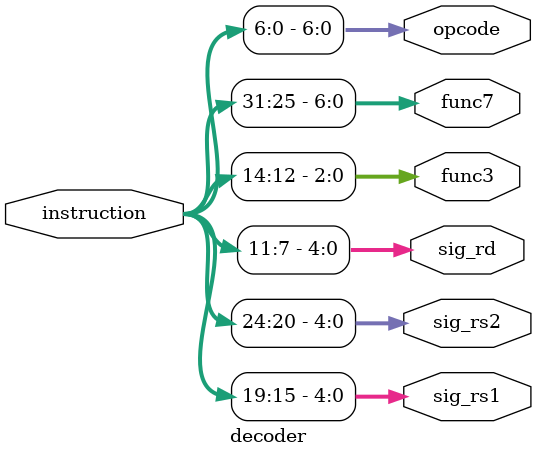
<source format=sv>
`timescale 1ns / 1ps


module decoder(
    input logic [31:0]instruction,
    output logic [4:0]sig_rs1,
    output logic [4:0]sig_rs2,
    output logic [4:0]sig_rd,
    output logic [2:0]func3,
    output logic [6:0]func7,
    output logic [6:0]opcode
    );
    
      
    always_comb begin
        opcode=instruction[6:0];
        sig_rd=instruction[11:7];
        func3=instruction[14:12];
        sig_rs1=instruction[19:15];
        sig_rs2=instruction[24:20]; 
        func7=instruction[31:25];  
          
    end


endmodule
</source>
